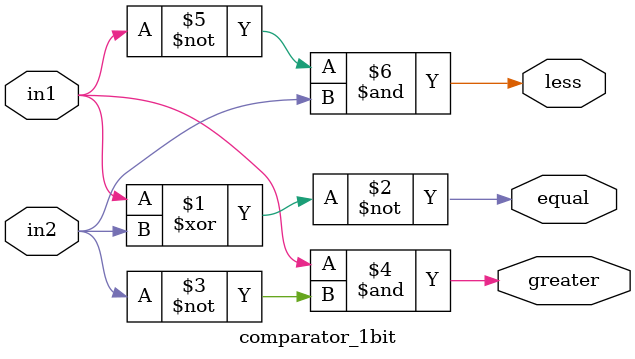
<source format=v>
module comparator_1bit(in1,in2,greater,less,equal);
  input in1,in2;
  output greater,less,equal;
  
  wire in1,in2,greater,less,equal;
  
  xnor x1 (equal,in1,in2);
  and g1 (greater,in1,~in2);
  and l1 (less,~in1,in2);
  
endmodule


  

</source>
